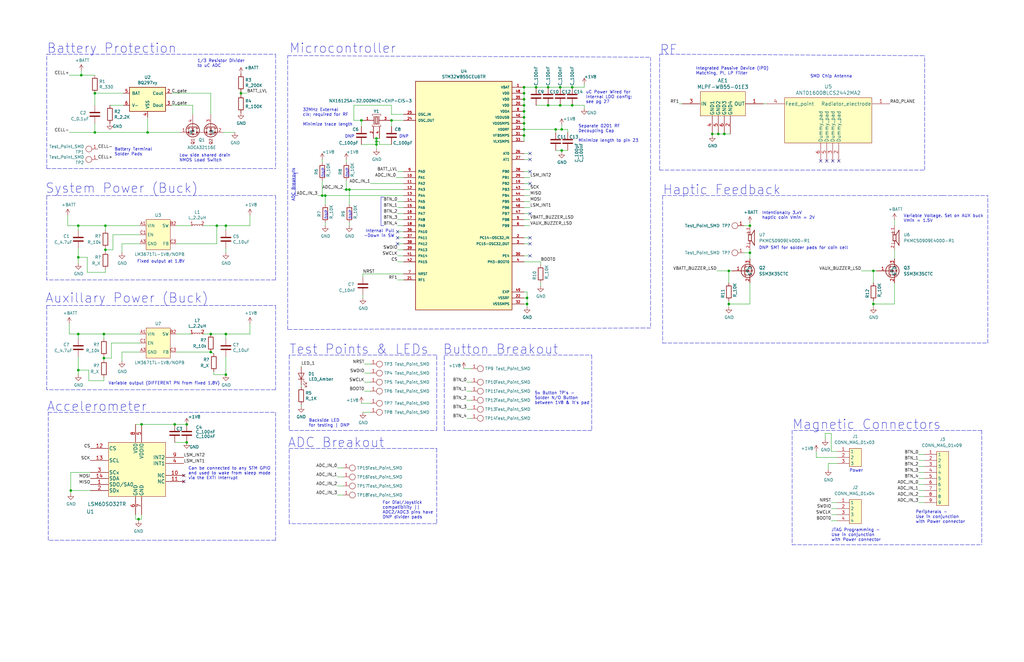
<source format=kicad_sch>
(kicad_sch (version 20211123) (generator eeschema)
  (paper "B")
  (junction (at 135.89 82.55))
  (junction (at 78.74 179.07))
  (junction (at 158.75 58.42))
  (junction (at 34.29 31.75))
  (junction (at 220.98 49.53))
  (junction (at 33.02 95.25))
  (junction (at 62.23 55.88))
  (junction (at 29.845 207.01))
  (junction (at 33.02 156.21))
  (junction (at 220.98 46.99))
  (junction (at 307.34 128.27))
  (junction (at 58.42 219.075))
  (junction (at 220.98 41.91))
  (junction (at 222.25 128.27))
  (junction (at 147.32 80.01))
  (junction (at 236.22 44.45))
  (junction (at 236.855 54.61))
  (junction (at 137.16 82.55))
  (junction (at 220.98 36.83))
  (junction (at 236.22 36.83))
  (junction (at 368.3 114.3))
  (junction (at 152.4 50.8))
  (junction (at 368.3 128.27))
  (junction (at 95.25 140.97))
  (junction (at 220.98 44.45))
  (junction (at 91.44 95.25))
  (junction (at 44.45 105.41))
  (junction (at 302.895 56.515))
  (junction (at 33.02 108.585))
  (junction (at 220.98 52.07))
  (junction (at 316.23 95.25))
  (junction (at 43.815 151.13))
  (junction (at 40.005 39.37))
  (junction (at 220.98 39.37))
  (junction (at 241.3 44.45))
  (junction (at 73.66 179.07))
  (junction (at 165.1 50.8))
  (junction (at 231.14 36.83))
  (junction (at 59.69 179.07))
  (junction (at 307.34 114.3))
  (junction (at 305.435 56.515))
  (junction (at 226.06 36.83))
  (junction (at 95.25 95.25))
  (junction (at 146.05 80.01))
  (junction (at 316.23 106.68))
  (junction (at 43.815 140.97))
  (junction (at 231.14 44.45))
  (junction (at 220.98 57.15))
  (junction (at 158.75 59.69))
  (junction (at 88.9 148.59))
  (junction (at 44.45 95.25))
  (junction (at 78.74 186.69))
  (junction (at 101.6 39.37))
  (junction (at 33.02 140.97))
  (junction (at 236.855 63.5))
  (junction (at 88.9 140.97))
  (junction (at 241.3 36.83))
  (junction (at 40.005 55.88))
  (junction (at 300.355 56.515))
  (junction (at 95.25 158.115))
  (junction (at 158.75 60.96))
  (junction (at 220.98 54.61))
  (junction (at 234.315 54.61))
  (junction (at 222.25 125.73))
  (no_connect (at 351.155 67.945))
  (no_connect (at 223.52 77.47))
  (no_connect (at 77.47 200.66))
  (no_connect (at 167.64 100.33))
  (no_connect (at 223.52 64.77))
  (no_connect (at 353.695 67.945))
  (no_connect (at 223.52 90.17))
  (no_connect (at 348.615 67.945))
  (no_connect (at 167.64 102.87))
  (no_connect (at 223.52 100.33))
  (no_connect (at 167.64 97.79))
  (no_connect (at 223.52 107.95))
  (no_connect (at 346.075 67.945))
  (no_connect (at 223.52 102.87))
  (no_connect (at 77.47 203.2))
  (no_connect (at 223.52 72.39))
  (no_connect (at 223.52 67.31))
  (wire (pts (xy 167.005 74.93) (xy 170.18 74.93)))
  (polyline (pts (xy 116.205 164.465) (xy 19.685 164.465)))
  (wire (pts (xy 38.1 199.39) (xy 29.845 199.39)))
  (wire (pts (xy 220.98 52.07) (xy 220.98 54.61)))
  (wire (pts (xy 127 171.45) (xy 127 170.815)))
  (wire (pts (xy 236.855 52.705) (xy 236.855 54.61)))
  (wire (pts (xy 33.02 150.495) (xy 33.02 156.21)))
  (wire (pts (xy 368.3 114.3) (xy 369.57 114.3)))
  (wire (pts (xy 58.42 219.075) (xy 59.69 219.075)))
  (wire (pts (xy 137.16 82.55) (xy 137.16 86.36)))
  (wire (pts (xy 43.815 151.13) (xy 46.99 151.13)))
  (polyline (pts (xy 19.685 82.55) (xy 19.685 118.11)))
  (polyline (pts (xy 187.325 149.86) (xy 249.555 149.86)))
  (wire (pts (xy 387.35 212.09) (xy 389.89 212.09)))
  (wire (pts (xy 29.845 207.01) (xy 38.1 207.01)))
  (wire (pts (xy 95.25 140.97) (xy 105.41 140.97)))
  (wire (pts (xy 149.225 44.45) (xy 165.1 44.45)))
  (wire (pts (xy 137.16 82.55) (xy 170.18 82.55)))
  (wire (pts (xy 43.815 150.495) (xy 43.815 151.13)))
  (wire (pts (xy 377.19 128.27) (xy 368.3 128.27)))
  (wire (pts (xy 220.98 102.87) (xy 223.52 102.87)))
  (wire (pts (xy 302.895 56.515) (xy 305.435 56.515)))
  (wire (pts (xy 85.725 95.25) (xy 91.44 95.25)))
  (wire (pts (xy 51.435 148.59) (xy 51.435 152.4)))
  (wire (pts (xy 47.625 99.06) (xy 47.625 105.41)))
  (wire (pts (xy 95.25 140.97) (xy 95.25 142.875)))
  (wire (pts (xy 158.75 62.865) (xy 158.75 60.96)))
  (polyline (pts (xy 389.89 71.755) (xy 389.89 23.495)))
  (wire (pts (xy 368.3 127) (xy 368.3 128.27)))
  (wire (pts (xy 226.06 44.45) (xy 231.14 44.45)))
  (wire (pts (xy 350.52 190.5) (xy 350.52 182.88)))
  (polyline (pts (xy 278.13 22.86) (xy 389.89 23.495)))
  (wire (pts (xy 165.1 60.96) (xy 160.02 60.96)))
  (wire (pts (xy 220.98 90.17) (xy 223.52 90.17)))
  (wire (pts (xy 62.23 49.53) (xy 62.23 55.88)))
  (wire (pts (xy 220.98 72.39) (xy 223.52 72.39)))
  (wire (pts (xy 90.17 158.115) (xy 95.25 158.115)))
  (wire (pts (xy 58.42 219.71) (xy 58.42 219.075)))
  (polyline (pts (xy 334.01 229.87) (xy 414.02 229.87)))
  (wire (pts (xy 90.17 149.225) (xy 88.9 148.59)))
  (wire (pts (xy 220.98 85.09) (xy 223.52 85.09)))
  (wire (pts (xy 223.52 74.93) (xy 220.98 74.93)))
  (polyline (pts (xy 278.13 71.755) (xy 278.13 22.86)))
  (wire (pts (xy 88.9 39.37) (xy 88.9 48.26)))
  (polyline (pts (xy 19.685 82.55) (xy 116.205 82.55)))
  (wire (pts (xy 220.98 92.71) (xy 223.52 92.71)))
  (wire (pts (xy 57.15 179.07) (xy 59.69 179.07)))
  (wire (pts (xy 349.25 198.12) (xy 349.25 195.58)))
  (wire (pts (xy 153.035 115.57) (xy 153.035 116.84)))
  (wire (pts (xy 135.89 67.31) (xy 135.89 68.58)))
  (wire (pts (xy 220.98 41.91) (xy 220.98 44.45)))
  (wire (pts (xy 387.35 204.47) (xy 389.89 204.47)))
  (wire (pts (xy 220.98 67.31) (xy 223.52 67.31)))
  (wire (pts (xy 353.06 190.5) (xy 350.52 190.5)))
  (wire (pts (xy 220.98 77.47) (xy 223.52 77.47)))
  (polyline (pts (xy 121.92 149.86) (xy 121.92 181.61)))
  (polyline (pts (xy 160.655 95.25) (xy 161.925 95.25)) (stroke (width 0) (type solid)))
  (wire (pts (xy 344.17 190.5) (xy 344.17 193.04)))
  (wire (pts (xy 33.02 140.97) (xy 43.815 140.97)))
  (wire (pts (xy 344.17 193.04) (xy 353.06 193.04)))
  (wire (pts (xy 350.52 217.17) (xy 353.06 217.17)))
  (polyline (pts (xy 19.685 22.86) (xy 116.205 22.86)))
  (wire (pts (xy 350.52 219.71) (xy 353.06 219.71)))
  (wire (pts (xy 40.005 52.07) (xy 40.005 55.88)))
  (wire (pts (xy 146.05 76.2) (xy 146.05 80.01)))
  (wire (pts (xy 36.83 114.935) (xy 36.83 108.585)))
  (wire (pts (xy 156.21 170.18) (xy 152.4 170.18)))
  (polyline (pts (xy 274.32 138.43) (xy 271.78 138.43)))
  (wire (pts (xy 220.98 54.61) (xy 234.315 54.61)))
  (polyline (pts (xy 121.92 189.23) (xy 184.15 189.23)))
  (wire (pts (xy 160.02 60.96) (xy 160.02 59.69)))
  (wire (pts (xy 76.2 55.88) (xy 62.23 55.88)))
  (polyline (pts (xy 116.205 128.905) (xy 116.205 164.465)))
  (wire (pts (xy 153.035 115.57) (xy 170.18 115.57)))
  (wire (pts (xy 377.19 109.22) (xy 377.19 105.41)))
  (polyline (pts (xy 161.925 83.185) (xy 160.655 83.185)) (stroke (width 0) (type solid)))
  (wire (pts (xy 220.98 36.83) (xy 226.06 36.83)))
  (polyline (pts (xy 271.78 138.43) (xy 121.285 139.065)))
  (wire (pts (xy 377.19 119.38) (xy 377.19 128.27)))
  (polyline (pts (xy 397.51 82.55) (xy 279.4 82.55)))
  (polyline (pts (xy 274.32 24.13) (xy 274.32 138.43)))
  (wire (pts (xy 316.23 109.22) (xy 316.23 106.68)))
  (polyline (pts (xy 121.285 139.065) (xy 121.285 23.495)))
  (wire (pts (xy 167.64 85.09) (xy 170.18 85.09)))
  (wire (pts (xy 40.005 44.45) (xy 40.005 39.37)))
  (polyline (pts (xy 184.15 220.98) (xy 121.92 220.98)))
  (wire (pts (xy 220.98 57.15) (xy 220.98 59.69)))
  (wire (pts (xy 37.465 160.655) (xy 37.465 156.21)))
  (wire (pts (xy 51.435 102.87) (xy 51.435 106.68)))
  (wire (pts (xy 231.14 44.45) (xy 236.22 44.45)))
  (wire (pts (xy 133.985 82.55) (xy 135.89 82.55)))
  (wire (pts (xy 222.25 123.19) (xy 220.98 123.19)))
  (wire (pts (xy 220.98 49.53) (xy 220.98 52.07)))
  (wire (pts (xy 167.64 105.41) (xy 170.18 105.41)))
  (wire (pts (xy 144.78 80.01) (xy 146.05 80.01)))
  (wire (pts (xy 46.99 144.78) (xy 46.99 151.13)))
  (polyline (pts (xy 19.685 128.905) (xy 116.205 128.905)))
  (wire (pts (xy 43.815 151.13) (xy 43.815 151.765)))
  (wire (pts (xy 167.64 97.79) (xy 170.18 97.79)))
  (wire (pts (xy 158.75 59.69) (xy 158.75 60.96)))
  (wire (pts (xy 91.44 95.25) (xy 91.44 102.87)))
  (wire (pts (xy 220.98 128.27) (xy 222.25 128.27)))
  (wire (pts (xy 350.52 182.88) (xy 347.98 182.88)))
  (wire (pts (xy 144.78 197.485) (xy 142.24 197.485)))
  (wire (pts (xy 101.6 40.005) (xy 101.6 39.37)))
  (polyline (pts (xy 416.56 144.78) (xy 416.56 82.55)))
  (wire (pts (xy 316.23 128.27) (xy 307.34 128.27)))
  (polyline (pts (xy 184.15 189.23) (xy 184.15 220.98)))
  (wire (pts (xy 167.64 102.87) (xy 170.18 102.87)))
  (polyline (pts (xy 414.02 181.61) (xy 334.01 181.61)))
  (polyline (pts (xy 20.32 227.965) (xy 20.32 173.99)))
  (wire (pts (xy 220.98 44.45) (xy 220.98 46.99)))
  (wire (pts (xy 29.21 136.525) (xy 29.21 140.97)))
  (wire (pts (xy 167.64 92.71) (xy 170.18 92.71)))
  (wire (pts (xy 135.89 76.2) (xy 135.89 82.55)))
  (wire (pts (xy 316.23 119.38) (xy 316.23 128.27)))
  (polyline (pts (xy 125.73 73.025) (xy 124.46 73.025)) (stroke (width 0) (type solid)))
  (wire (pts (xy 153.67 153.67) (xy 156.21 153.67)))
  (wire (pts (xy 387.35 191.77) (xy 389.89 191.77)))
  (wire (pts (xy 152.4 60.96) (xy 158.75 60.96)))
  (wire (pts (xy 146.05 67.31) (xy 146.05 68.58)))
  (wire (pts (xy 157.48 58.42) (xy 158.75 58.42)))
  (polyline (pts (xy 20.32 173.99) (xy 116.205 173.99)))
  (wire (pts (xy 29.21 31.75) (xy 34.29 31.75)))
  (wire (pts (xy 153.67 157.48) (xy 156.21 157.48)))
  (wire (pts (xy 220.98 107.95) (xy 223.52 107.95)))
  (wire (pts (xy 313.69 95.25) (xy 316.23 95.25)))
  (wire (pts (xy 196.85 165.1) (xy 198.755 165.1)))
  (wire (pts (xy 59.69 179.07) (xy 73.66 179.07)))
  (wire (pts (xy 33.02 140.97) (xy 29.21 140.97)))
  (polyline (pts (xy 116.205 118.11) (xy 19.685 118.11)))
  (wire (pts (xy 105.41 136.525) (xy 105.41 140.97)))
  (wire (pts (xy 40.005 39.37) (xy 52.07 39.37)))
  (wire (pts (xy 387.35 194.31) (xy 389.89 194.31)))
  (wire (pts (xy 153.67 161.29) (xy 156.21 161.29)))
  (wire (pts (xy 127 163.195) (xy 127 162.56)))
  (wire (pts (xy 72.39 39.37) (xy 88.9 39.37)))
  (wire (pts (xy 44.45 113.665) (xy 44.45 114.935)))
  (wire (pts (xy 153.035 124.46) (xy 153.035 125.73)))
  (wire (pts (xy 149.225 50.8) (xy 149.225 44.45)))
  (polyline (pts (xy 116.205 227.965) (xy 20.32 227.965)))
  (wire (pts (xy 158.75 58.42) (xy 160.02 58.42)))
  (wire (pts (xy 300.355 56.515) (xy 300.355 57.15)))
  (wire (pts (xy 44.45 105.41) (xy 44.45 106.045)))
  (wire (pts (xy 160.02 59.69) (xy 158.75 59.69)))
  (wire (pts (xy 81.28 44.45) (xy 81.28 48.26)))
  (wire (pts (xy 37.465 156.21) (xy 33.02 156.21)))
  (wire (pts (xy 44.45 105.41) (xy 47.625 105.41)))
  (wire (pts (xy 33.02 95.25) (xy 44.45 95.25)))
  (wire (pts (xy 74.295 140.97) (xy 80.645 140.97)))
  (wire (pts (xy 127 154.305) (xy 127 154.94)))
  (wire (pts (xy 287.655 43.815) (xy 286.385 43.815)))
  (wire (pts (xy 44.45 114.935) (xy 36.83 114.935)))
  (wire (pts (xy 34.29 29.845) (xy 34.29 31.75)))
  (wire (pts (xy 33.02 140.97) (xy 33.02 142.875)))
  (wire (pts (xy 307.34 114.3) (xy 308.61 114.3)))
  (wire (pts (xy 152.4 50.8) (xy 149.225 50.8)))
  (wire (pts (xy 147.32 80.01) (xy 147.32 86.36)))
  (wire (pts (xy 43.815 159.385) (xy 43.815 160.655)))
  (wire (pts (xy 29.845 207.01) (xy 29.845 208.28)))
  (wire (pts (xy 305.435 56.515) (xy 307.975 56.515)))
  (wire (pts (xy 144.78 208.915) (xy 142.24 208.915)))
  (wire (pts (xy 196.85 176.53) (xy 198.755 176.53)))
  (polyline (pts (xy 279.4 82.55) (xy 279.4 144.78)))
  (wire (pts (xy 33.02 95.25) (xy 33.02 97.155)))
  (wire (pts (xy 147.32 95.25) (xy 147.32 93.98)))
  (wire (pts (xy 95.25 95.25) (xy 95.25 97.155)))
  (wire (pts (xy 196.85 172.72) (xy 198.755 172.72)))
  (wire (pts (xy 220.98 46.99) (xy 220.98 49.53)))
  (wire (pts (xy 90.17 156.845) (xy 90.17 158.115)))
  (wire (pts (xy 95.25 150.495) (xy 95.25 158.115)))
  (wire (pts (xy 220.98 82.55) (xy 223.52 82.55)))
  (wire (pts (xy 33.02 95.25) (xy 28.575 95.25)))
  (wire (pts (xy 316.23 106.68) (xy 316.23 105.41)))
  (wire (pts (xy 153.67 165.1) (xy 156.21 165.1)))
  (wire (pts (xy 349.25 195.58) (xy 353.06 195.58)))
  (polyline (pts (xy 116.205 22.86) (xy 116.205 71.12)))
  (wire (pts (xy 59.69 217.17) (xy 59.69 219.075)))
  (wire (pts (xy 167.64 87.63) (xy 170.18 87.63)))
  (wire (pts (xy 246.38 35.56) (xy 246.38 36.83)))
  (wire (pts (xy 347.98 182.88) (xy 347.98 185.42)))
  (wire (pts (xy 165.1 50.8) (xy 165.1 53.34)))
  (polyline (pts (xy 121.285 23.495) (xy 274.32 24.13)))
  (wire (pts (xy 91.44 95.25) (xy 95.25 95.25)))
  (wire (pts (xy 236.855 54.61) (xy 234.315 54.61)))
  (wire (pts (xy 72.39 44.45) (xy 81.28 44.45)))
  (wire (pts (xy 307.34 114.3) (xy 307.34 119.38)))
  (wire (pts (xy 137.16 95.25) (xy 137.16 93.98)))
  (wire (pts (xy 307.34 129.54) (xy 307.34 128.27)))
  (wire (pts (xy 57.15 219.075) (xy 58.42 219.075)))
  (wire (pts (xy 368.3 129.54) (xy 368.3 128.27)))
  (wire (pts (xy 239.395 54.61) (xy 236.855 54.61)))
  (wire (pts (xy 241.3 36.83) (xy 246.38 36.83)))
  (wire (pts (xy 307.34 127) (xy 307.34 128.27)))
  (wire (pts (xy 101.6 39.37) (xy 101.6 38.735)))
  (wire (pts (xy 234.315 54.61) (xy 234.315 55.88)))
  (wire (pts (xy 220.98 110.49) (xy 227.965 110.49)))
  (wire (pts (xy 246.38 44.45) (xy 246.38 45.72)))
  (wire (pts (xy 350.52 214.63) (xy 353.06 214.63)))
  (wire (pts (xy 105.41 90.805) (xy 105.41 95.25)))
  (wire (pts (xy 236.855 63.5) (xy 239.395 63.5)))
  (wire (pts (xy 220.98 39.37) (xy 220.98 41.91)))
  (wire (pts (xy 44.45 95.25) (xy 44.45 97.155)))
  (wire (pts (xy 220.98 64.77) (xy 223.52 64.77)))
  (polyline (pts (xy 160.655 83.185) (xy 160.655 95.25)) (stroke (width 0) (type solid)))
  (wire (pts (xy 167.64 110.49) (xy 170.18 110.49)))
  (wire (pts (xy 59.055 148.59) (xy 51.435 148.59)))
  (polyline (pts (xy 184.15 181.61) (xy 184.15 149.86)))
  (wire (pts (xy 95.25 104.775) (xy 95.25 106.68)))
  (wire (pts (xy 167.64 118.11) (xy 170.18 118.11)))
  (wire (pts (xy 363.22 114.3) (xy 368.3 114.3)))
  (wire (pts (xy 34.29 31.75) (xy 40.005 31.75)))
  (wire (pts (xy 227.965 110.49) (xy 227.965 111.76)))
  (wire (pts (xy 44.45 95.25) (xy 59.055 95.25)))
  (wire (pts (xy 239.395 55.88) (xy 239.395 54.61)))
  (wire (pts (xy 74.295 95.25) (xy 80.645 95.25)))
  (wire (pts (xy 231.14 36.83) (xy 236.22 36.83)))
  (polyline (pts (xy 187.325 181.61) (xy 187.325 149.86)))
  (wire (pts (xy 165.1 48.26) (xy 170.18 48.26)))
  (wire (pts (xy 220.98 54.61) (xy 220.98 57.15)))
  (polyline (pts (xy 121.92 220.98) (xy 121.92 189.23)))
  (wire (pts (xy 73.66 186.69) (xy 78.74 186.69)))
  (wire (pts (xy 57.15 217.17) (xy 57.15 219.075)))
  (wire (pts (xy 44.45 104.775) (xy 44.45 105.41)))
  (polyline (pts (xy 116.205 173.99) (xy 116.205 227.965)))
  (wire (pts (xy 198.755 155.575) (xy 195.58 155.575)))
  (polyline (pts (xy 397.51 82.55) (xy 416.56 82.55)))
  (wire (pts (xy 313.69 106.68) (xy 316.23 106.68)))
  (polyline (pts (xy 121.92 181.61) (xy 184.15 181.61)))
  (polyline (pts (xy 124.46 82.55) (xy 125.73 82.55)) (stroke (width 0) (type solid)))
  (wire (pts (xy 377.19 92.71) (xy 377.19 95.25)))
  (wire (pts (xy 33.02 104.775) (xy 33.02 108.585)))
  (wire (pts (xy 227.965 119.38) (xy 227.965 120.65)))
  (polyline (pts (xy 19.685 71.12) (xy 19.685 22.86)))
  (polyline (pts (xy 278.13 71.755) (xy 389.89 71.755)))
  (wire (pts (xy 156.21 77.47) (xy 170.18 77.47)))
  (wire (pts (xy 387.35 207.01) (xy 389.89 207.01)))
  (wire (pts (xy 350.52 212.09) (xy 353.06 212.09)))
  (wire (pts (xy 29.21 55.88) (xy 40.005 55.88)))
  (wire (pts (xy 220.98 100.33) (xy 223.52 100.33)))
  (wire (pts (xy 236.855 64.135) (xy 236.855 63.5)))
  (wire (pts (xy 153.035 173.99) (xy 156.21 173.99)))
  (wire (pts (xy 167.64 95.25) (xy 170.18 95.25)))
  (wire (pts (xy 222.25 123.19) (xy 222.25 125.73)))
  (wire (pts (xy 222.25 125.73) (xy 222.25 128.27)))
  (wire (pts (xy 152.4 50.8) (xy 152.4 53.34)))
  (wire (pts (xy 226.06 36.83) (xy 231.14 36.83)))
  (wire (pts (xy 33.02 108.585) (xy 33.02 111.125)))
  (wire (pts (xy 29.845 199.39) (xy 29.845 207.01)))
  (wire (pts (xy 220.98 125.73) (xy 222.25 125.73)))
  (wire (pts (xy 321.945 43.815) (xy 323.215 43.815)))
  (wire (pts (xy 165.1 50.8) (xy 170.18 50.8)))
  (wire (pts (xy 147.32 80.01) (xy 170.18 80.01)))
  (wire (pts (xy 43.815 140.97) (xy 59.055 140.97)))
  (polyline (pts (xy 19.685 128.905) (xy 19.685 164.465)))
  (wire (pts (xy 387.35 209.55) (xy 389.89 209.55)))
  (wire (pts (xy 73.66 179.07) (xy 78.74 179.07)))
  (wire (pts (xy 33.02 156.21) (xy 33.02 158.115)))
  (wire (pts (xy 236.22 36.83) (xy 241.3 36.83)))
  (wire (pts (xy 316.23 93.98) (xy 316.23 95.25)))
  (wire (pts (xy 85.725 140.97) (xy 88.9 140.97)))
  (wire (pts (xy 241.3 44.45) (xy 246.38 44.45)))
  (wire (pts (xy 158.75 58.42) (xy 158.75 59.69)))
  (wire (pts (xy 222.25 128.27) (xy 222.25 129.54)))
  (wire (pts (xy 220.98 80.01) (xy 223.52 80.01)))
  (wire (pts (xy 47.625 99.06) (xy 59.055 99.06)))
  (wire (pts (xy 95.25 95.25) (xy 105.41 95.25)))
  (polyline (pts (xy 116.205 82.55) (xy 116.205 118.11)))
  (polyline (pts (xy 334.01 181.61) (xy 334.01 229.87)))
  (wire (pts (xy 46.355 44.45) (xy 52.07 44.45)))
  (wire (pts (xy 88.9 148.59) (xy 74.295 148.59)))
  (wire (pts (xy 46.99 144.78) (xy 59.055 144.78)))
  (wire (pts (xy 43.815 160.655) (xy 37.465 160.655)))
  (polyline (pts (xy 19.685 71.12) (xy 116.205 71.12)))
  (wire (pts (xy 167.64 90.17) (xy 170.18 90.17)))
  (wire (pts (xy 146.05 80.01) (xy 147.32 80.01)))
  (wire (pts (xy 144.78 205.105) (xy 142.24 205.105)))
  (wire (pts (xy 59.055 102.87) (xy 51.435 102.87)))
  (wire (pts (xy 88.9 140.97) (xy 95.25 140.97)))
  (wire (pts (xy 93.98 55.88) (xy 99.06 55.88)))
  (wire (pts (xy 165.1 44.45) (xy 165.1 48.26)))
  (wire (pts (xy 368.3 114.3) (xy 368.3 119.38)))
  (wire (pts (xy 101.6 39.37) (xy 104.14 39.37)))
  (wire (pts (xy 223.52 95.25) (xy 220.98 95.25)))
  (wire (pts (xy 220.98 87.63) (xy 223.52 87.63)))
  (wire (pts (xy 236.855 63.5) (xy 234.315 63.5)))
  (wire (pts (xy 28.575 90.805) (xy 28.575 95.25)))
  (wire (pts (xy 387.35 196.85) (xy 389.89 196.85)))
  (wire (pts (xy 135.89 82.55) (xy 137.16 82.55)))
  (polyline (pts (xy 279.4 144.78) (xy 416.56 144.78)))
  (wire (pts (xy 196.85 161.29) (xy 198.755 161.29)))
  (wire (pts (xy 43.815 140.97) (xy 43.815 142.875)))
  (wire (pts (xy 387.35 199.39) (xy 389.89 199.39)))
  (wire (pts (xy 167.64 107.95) (xy 170.18 107.95)))
  (polyline (pts (xy 414.02 181.61) (xy 414.02 229.87)))
  (polyline (pts (xy 249.555 181.61) (xy 187.325 181.61)))
  (polyline (pts (xy 124.46 73.025) (xy 124.46 82.55)) (stroke (width 0) (type solid)))
  (wire (pts (xy 236.22 44.45) (xy 241.3 44.45)))
  (wire (pts (xy 167.64 100.33) (xy 170.18 100.33)))
  (wire (pts (xy 40.005 55.88) (xy 62.23 55.88)))
  (wire (pts (xy 91.44 102.87) (xy 74.295 102.87)))
  (wire (pts (xy 220.98 36.83) (xy 220.98 39.37)))
  (wire (pts (xy 36.83 108.585) (xy 33.02 108.585)))
  (wire (pts (xy 167.64 72.39) (xy 170.18 72.39)))
  (wire (pts (xy 300.355 56.515) (xy 302.895 56.515)))
  (wire (pts (xy 302.26 114.3) (xy 307.34 114.3)))
  (polyline (pts (xy 184.15 149.86) (xy 121.92 149.86)))
  (wire (pts (xy 196.85 168.91) (xy 198.755 168.91)))
  (polyline (pts (xy 249.555 149.86) (xy 249.555 181.61)))
  (wire (pts (xy 144.78 201.295) (xy 142.24 201.295)))
  (wire (pts (xy 387.35 201.93) (xy 389.89 201.93)))
  (text "System Power (Buck)" (at 19.05 81.915 0) (effects (font (size 3.9878 3.9878)) (justify left bottom)))
  (text "DNP" (at 168.275 58.42 0) (effects (font (size 1.27 1.27)) (justify left bottom)))
  (text "Variable Voltage. Set on AUX buck\nVmin = 1.5V " (at 381 93.98 0) (effects (font (size 1.27 1.27)) (justify left bottom)))
  (text "For Dial/Joystick \ncompatibility ||\nADC2/ADC3 pins have\nDNP divider pads " (at 161.29 219.075 0) (effects (font (size 1.27 1.27)) (justify left bottom)))
  (text "ADC Breakout" (at 121.285 189.23 0) (effects (font (size 3.9878 3.9878)) (justify left bottom)))
  (text "uC Power Wired for\ninternal LDO config; \nsee pg 27" (at 247.015 43.815 0) (effects (font (size 1.27 1.27)) (justify left bottom)))
  (text "DNP" (at 147.32 74.93 90) (effects (font (size 1.27 1.27)) (justify left bottom)))
  (text "Magnetic Connectors" (at 334.01 181.61 0) (effects (font (size 3.9878 3.9878)) (justify left bottom)))
  (text "DNP" (at 137.16 74.93 90) (effects (font (size 1.27 1.27)) (justify left bottom)))
  (text "Can be connected to any STM GPIO \nand used to wake from sleep mode \nvia the EXTI Interrupt" (at 79.375 202.565 0) (effects (font (size 1.27 1.27)) (justify left bottom)))
  (text "ADC Breakouts" (at 124.46 85.09 90) (effects (font (size 1.27 1.27)) (justify left bottom)))
  (text "Intentionally 3.xV \nhaptic coin Vmin = 2V " (at 321.31 92.71 0) (effects (font (size 1.27 1.27)) (justify left bottom)))
  (text "Peripherals - \nUse in conjunction\nwith Power connector" (at 386.08 220.98 0) (effects (font (size 1.27 1.27)) (justify left bottom)))
  (text "Internal Pull\n-Down in SW" (at 166.37 100.33 180) (effects (font (size 1.27 1.27)) (justify right bottom)))
  (text "Low side shared drain \nNMOS Load Switch \n " (at 75.565 70.485 0) (effects (font (size 1.27 1.27)) (justify left bottom)))
  (text "RF" (at 278.13 23.495 0) (effects (font (size 3.9878 3.9878)) (justify left bottom)))
  (text "DNP SMT for solder pads for coin cell\n" (at 320.04 105.41 0) (effects (font (size 1.27 1.27)) (justify left bottom)))
  (text "Button Breakout" (at 186.69 149.86 0) (effects (font (size 3.9878 3.9878)) (justify left bottom)))
  (text "Variable output (DIFFERENT PN from fixed 1.8V)" (at 45.72 162.56 0) (effects (font (size 1.27 1.27)) (justify left bottom)))
  (text "Auxillary Power (Buck)" (at 19.05 128.27 0) (effects (font (size 3.9878 3.9878)) (justify left bottom)))
  (text "Test Points & LEDs" (at 121.92 149.86 0) (effects (font (size 3.9878 3.9878)) (justify left bottom)))
  (text "Integrated Passive Device (IPD)\nMatching, PI, LP Filter" (at 293.37 31.75 0) (effects (font (size 1.27 1.27)) (justify left bottom)))
  (text "JTAG Programming -\nUse in conjunction \nwith Power connector" (at 350.52 228.6 0) (effects (font (size 1.27 1.27)) (justify left bottom)))
  (text "Fixed output at 1.8V" (at 57.785 111.125 0) (effects (font (size 1.27 1.27)) (justify left bottom)))
  (text "32MHz External \nclk; required for RF\n\nMinimize trace length\n" (at 127.635 53.34 0) (effects (font (size 1.27 1.27)) (justify left bottom)))
  (text "SMD Chip Antenna " (at 341.63 33.02 0) (effects (font (size 1.27 1.27)) (justify left bottom)))
  (text "DNP" (at 148.59 92.71 90) (effects (font (size 1.27 1.27)) (justify left bottom)))
  (text "Haptic Feedback" (at 279.4 82.55 0) (effects (font (size 3.9878 3.9878)) (justify left bottom)))
  (text "Accelerometer" (at 19.685 173.99 0) (effects (font (size 3.9878 3.9878)) (justify left bottom)))
  (text "Power" (at 358.14 199.39 0) (effects (font (size 1.27 1.27)) (justify left bottom)))
  (text "Backside LED\nfor testing | DNP" (at 130.175 180.34 0) (effects (font (size 1.27 1.27)) (justify left bottom)))
  (text "DNP" (at 145.415 58.42 0) (effects (font (size 1.27 1.27)) (justify left bottom)))
  (text "Separate 0201 RF \nDecoupling Cap\n\nMinimize length to pin 23\n\n" (at 243.84 62.23 0) (effects (font (size 1.27 1.27)) (justify left bottom)))
  (text "5x Button TP's - \nSolder N/O Button \nbetween 1V8 & it's pad " (at 225.425 170.815 0) (effects (font (size 1.27 1.27)) (justify left bottom)))
  (text "1/3 Resistor Divider \nto uC ADC" (at 83.185 28.575 0) (effects (font (size 1.27 1.27)) (justify left bottom)))
  (text "Battery Terminal\nSolder Pads\n " (at 48.26 67.945 0) (effects (font (size 1.27 1.27)) (justify left bottom)))
  (text "Battery Protection" (at 19.685 22.86 0) (effects (font (size 3.9878 3.9878)) (justify left bottom)))
  (text "Microcontroller" (at 121.92 22.86 0) (effects (font (size 3.9878 3.9878)) (justify left bottom)))
  (text "DNP" (at 138.43 92.71 90) (effects (font (size 1.27 1.27)) (justify left bottom)))
  (label "BOOT0" (at 153.67 165.1 180))
  (label "MOSI" (at 223.52 85.09 0))
  (label "CS" (at 167.64 110.49 180))
  (label "ADC_IN_0" (at 387.35 204.47 180))
  (label "ADC_IN_2" (at 144.78 80.01 180))
  (label "SCK" (at 38.1 194.31 180))
  (label "CELL+" (at 29.21 31.75 180))
  (label "BOOT0" (at 227.965 110.49 0))
  (label "NRST" (at 153.67 153.67 180))
  (label "MISO" (at 38.1 204.47 180))
  (label "ADC_IN_0" (at 142.24 197.485 180))
  (label "SWCLK" (at 167.64 107.95 180))
  (label "ADC_IN_2" (at 142.24 205.105 180))
  (label "MOSI" (at 38.1 201.93 180))
  (label "ADC_IN_1" (at 142.24 201.295 180))
  (label "ADC_IN_3" (at 387.35 212.09 180))
  (label "BTN_4" (at 196.85 176.53 180))
  (label "CELL+" (at 41.275 67.31 0))
  (label "C_gate" (at 72.39 39.37 0))
  (label "BTN_1" (at 196.85 165.1 180))
  (label "D_gate" (at 72.39 44.45 0))
  (label "ADC_IN_1" (at 156.21 77.47 180))
  (label "BTN_1" (at 387.35 194.31 180))
  (label "CELL-" (at 29.21 55.88 180))
  (label "BOOT0" (at 350.52 219.71 180))
  (label "ADC_IN_0" (at 167.005 74.93 180))
  (label "BTN_2" (at 196.85 168.91 180))
  (label "RF1" (at 167.64 118.11 180))
  (label "LSM_INT1" (at 223.52 87.63 0))
  (label "NRST" (at 350.52 212.09 180))
  (label "CS" (at 38.1 189.23 180))
  (label "ADC_IN_3" (at 142.24 208.915 180))
  (label "BTN_4" (at 387.35 201.93 180))
  (label "BTN_0" (at 167.64 85.09 180))
  (label "RF1" (at 286.385 43.815 180))
  (label "ADC_IN_2" (at 387.35 209.55 180))
  (label "SWCLK" (at 153.67 161.29 180))
  (label "LSM_INT2" (at 223.52 74.93 0))
  (label "VAUX_BUZZER_LSD" (at 223.52 95.25 0))
  (label "BTN_4" (at 167.64 95.25 180))
  (label "SWCLK" (at 350.52 217.17 180))
  (label "LED_1" (at 127 154.305 0))
  (label "BTN_0" (at 196.85 161.29 180))
  (label "BATT_LVL" (at 104.14 39.37 0))
  (label "VBATT_BUZZER_LSD" (at 223.52 92.71 0))
  (label "ADC_IN_3" (at 133.985 82.55 180))
  (label "BTN_1" (at 167.64 87.63 180))
  (label "BTN_3" (at 167.64 92.71 180))
  (label "LSM_INT2" (at 77.47 193.04 0))
  (label "NRST" (at 153.035 115.57 0))
  (label "ADC_IN_1" (at 387.35 207.01 180))
  (label "BTN_2" (at 387.35 196.85 180))
  (label "BTN_2" (at 167.64 90.17 180))
  (label "BTN_0" (at 387.35 191.77 180))
  (label "BTN_3" (at 387.35 199.39 180))
  (label "SCK" (at 223.52 80.01 0))
  (label "RAD_PLANE" (at 375.285 43.815 0))
  (label "SWDIO" (at 153.67 157.48 180))
  (label "MISO" (at 223.52 82.55 0))
  (label "VAUX_BUZZER_LSD" (at 363.22 114.3 180))
  (label "SWDIO" (at 167.64 105.41 180))
  (label "SWDIO" (at 350.52 214.63 180))
  (label "BATT_LVL" (at 167.64 72.39 180))
  (label "VBATT_BUZZER_LSD" (at 302.26 114.3 180))
  (label "CELL-" (at 41.275 62.865 0))
  (label "LSM_INT1" (at 77.47 195.58 0))
  (label "BTN_3" (at 196.85 172.72 180))
  (symbol (lib_id "power:+1V8") (at 135.89 67.31 0) (unit 1)
    (property "Reference" "#PWR0126" (effects hide))
    (property "Value" "+1V8" (at 138.43 64.135 0))
  )
  (symbol (lib_id "ring-rescue:R_330-step") (at 43.815 146.685 180) (unit 1)
    (property "Reference" "R?" (at 39.37 145.415 0) (effects (justify right)))
    (property "Value" "R_10k" (at 36.195 147.955 0) (effects (justify right)))
    (property "Footprint" "Resistor_SMD:R_0402_1005Metric" (effects hide))
    (property "Datasheet" "https://www.seielect.com/Catalog/SEI-RMCF_RMCP.pdf" (effects hide))
    (property "MFN" "DK" (effects hide))
    (property "MPN" "RMCF0805FT330RCT-ND" (effects hide))
    (property "PurchasingLink" "https://www.digikey.com/product-detail/en/stackpole-electronics-inc/RMCF0805FT330R/RMCF0805FT330RCT-ND/1942351" (effects hide))
  )
  (symbol (lib_id "power:GND") (at 222.25 129.54 0) (unit 1)
    (property "Reference" "#PWR0105" (effects hide))
    (property "Value" "GND" (at 222.377 133.9342 0))
  )
  (symbol (lib_id "power:+BATT") (at 29.21 136.525 0) (unit 1)
    (property "Reference" "#PWR?" (effects hide))
    (property "Value" "+BATT" (at 29.591 132.1308 0))
  )
  (symbol (lib_id "ring-rescue:C_100nF-step") (at 236.22 40.64 0) (unit 1)
    (property "Reference" "C12" (at 236.855 38.735 0) (effects (justify left)))
    (property "Value" "C_100nF" (at 236.22 36.195 90) (effects (justify left)))
    (property "Footprint" "Capacitor_SMD:C_0402_1005Metric" (effects hide))
    (property "Datasheet" "https://www.mouser.com/datasheet/2/212/KEM_C1002_X7R_SMD-1102033.pdf" (effects hide))
    (property "MFN" "KEMET" (effects hide))
    (property "MPN" "C0402C104K9RACTU" (effects hide))
    (property "buy" "https://www.mouser.com/ProductDetail/KEMET/C0402C104K9RACTU?qs=DBJr%252BvBUjU5VnZSA4JeTzg%3D%3D" (effects hide))
  )
  (symbol (lib_id "ring-rescue:ANT016008LCS2442MA2-step") (at 375.285 43.815 0) (mirror y) (unit 1)
    (property "Reference" "U5" (at 349.25 36.5252 0) (effects (font (size 1.524 1.524))))
    (property "Value" "ANT016008LCS2442MA2" (at 349.25 39.2176 0) (effects (font (size 1.524 1.524))))
    (property "Footprint" "step-footprints:ANT016008LCS2442MA2" (effects hide))
    (property "Datasheet" "https://product.tdk.com/system/files/dam/doc/product/rf/rf/antenna/catalog/rf_ant_ant016008lcs2442ma2_summary_en.pdf" (effects hide))
    (property "eval_guide" "https://product.tdk.com/system/files/dam/doc/product/rf/rf/antenna/design_note/dn-ant016008lcs2442ma2.pdf" (effects hide))
    (property "buy" "https://www.digikey.com/en/products/detail/tdk-corporation/ANT016008LCS2442MA2/4959425" (effects hide))
  )
  (symbol (lib_id "power:GND") (at 347.98 185.42 0) (unit 1)
    (property "Reference" "#PWR0112" (effects hide))
    (property "Value" "GND" (at 348.107 189.8142 0))
  )
  (symbol (lib_id "ring-rescue:Test_Point_SMD-step") (at 40.005 62.865 90) (unit 1)
    (property "Reference" "TP1" (at 35.4838 64.1604 90) (effects (justify left)))
    (property "Value" "Test_Point_SMD" (at 35.4838 61.849 90) (effects (justify left)))
    (property "Footprint" "TestPoint:TestPoint_Pad_1.5x1.5mm" (effects hide))
  )
  (symbol (lib_id "power:GND") (at 46.355 52.07 0) (unit 1)
    (property "Reference" "#PWR0114" (effects hide))
    (property "Value" "GND" (at 49.53 53.34 0))
  )
  (symbol (lib_id "power:+1V8") (at 105.41 90.805 0) (unit 1)
    (property "Reference" "#PWR0118" (effects hide))
    (property "Value" "+1V8" (at 105.791 86.4108 0))
  )
  (symbol (lib_id "step_symbols_main:LM3671TL-1V8{slash}NOPB") (at 66.675 99.06 0) (unit 1)
    (property "Reference" "U3" (at 66.675 90.805 0))
    (property "Value" "LM3671TL-1V8/NOPB" (at 67.31 107.315 0))
    (property "Datasheet" "https://www.ti.com/lit/ds/symlink/lm3671.pdf?HQS=dis-dk-null-digikeymode-dsf-pf-null-wwe&ts=1678146884674&ref_url=https%253A%252F%252Fwww.ti.com%252Fgeneral%252Fdocs%252Fsuppproductinfo.tsp%253FdistId%253D10%2526gotoUrl%253Dhttps%253A%252F%252Fwww.ti.com%252Flit%252Fgpn%252Flm3671" (effects hide))
    (property "Digikey Link" "https://www.digikey.com/en/products/detail/texas-instruments/LM3671TL-1-8-NOPB/953408" (effects hide))
  )
  (symbol (lib_id "power:+1V8") (at 152.4 170.18 0) (unit 1)
    (property "Reference" "#PWR0108" (effects hide))
    (property "Value" "+1V8" (at 148.59 168.91 0))
  )
  (symbol (lib_id "power:+BATT") (at 377.19 92.71 0) (unit 1)
    (property "Reference" "#PWR0137" (effects hide))
    (property "Value" "+VAUX" (at 377.571 88.3158 0))
  )
  (symbol (lib_id "ring-rescue:Test_Point_SMD-step") (at 146.05 208.915 270) (unit 1)
    (property "Reference" "TP18" (at 150.495 208.915 90) (effects (justify left)))
    (property "Value" "Test_Point_SMD" (at 154.94 208.915 90) (effects (justify left)))
    (property "Footprint" "TestPoint:TestPoint_Pad_1.0x1.0mm" (effects hide))
  )
  (symbol (lib_id "power:GND") (at 127 171.45 0) (unit 1)
    (property "Reference" "#PWR0107" (effects hide))
    (property "Value" "GND" (at 127 175.895 0))
  )
  (symbol (lib_id "step_symbols_main:PKMCS0909E4000-R1") (at 377.19 100.33 0) (unit 1)
    (property "Reference" "U6" (at 381 99.0599 0) (effects (justify left)))
    (property "Value" "PKMCS0909E4000-R1" (at 381 101.5999 0) (effects (justify left)))
    (property "Datasheet" "https://www.murata.com/~/media/webrenewal/products/sound/sounder/vppt-buzj083-d.ashx" (effects hide))
  )
  (symbol (lib_id "ring-rescue:R_200K-step") (at 368.3 123.19 180) (unit 1)
    (property "Reference" "R12" (at 365.76 121.92 90) (effects (justify left)))
    (property "Value" "R_10K" (at 370.84 119.38 90) (effects (justify left)))
    (property "Footprint" "Resistor_SMD:R_0402_1005Metric" (effects hide))
    (property "MFN" "DK" (effects hide))
    (property "MPN" "P300KDACT-ND" (effects hide))
  )
  (symbol (lib_id "power:GND") (at 99.06 55.88 0) (unit 1)
    (property "Reference" "#PWR0121" (effects hide))
    (property "Value" "GND" (at 99.187 60.2742 0))
  )
  (symbol (lib_id "ring-rescue:R_100K-step") (at 101.6 43.815 0) (unit 1)
    (property "Reference" "R4" (at 103.378 42.6466 0) (effects (justify left)))
    (property "Value" "R_100K" (at 103.378 44.958 0) (effects (justify left)))
    (property "Footprint" "Resistor_SMD:R_0402_1005Metric" (effects hide))
    (property "Datasheet" "https://industrial.panasonic.com/cdbs/www-data/pdf/RDA0000/AOA0000C304.pdf" (effects hide))
    (property "MFN" "DK" (effects hide))
    (property "MPN" "P100KCCT-ND" (effects hide))
    (property "PurchasingLink" "https://www.digikey.com/product-detail/en/panasonic-electronic-components/ERJ-6ENF1003V/P100KCCT-ND/119551" (effects hide))
  )
  (symbol (lib_id "ring-rescue:C_0.1uF-step") (at 153.035 120.65 0) (unit 1)
    (property "Reference" "C7" (at 146.685 120.015 0) (effects (justify left)))
    (property "Value" "C_10nF" (at 142.875 122.555 0) (effects (justify left)))
    (property "Footprint" "Capacitor_SMD:C_0402_1005Metric" (effects hide))
    (property "Datasheet" "http://datasheets.avx.com/X7RDielectric.pdf" (effects hide))
    (property "MFN" "DK" (effects hide))
    (property "MPN" "478-3352-1-ND" (effects hide))
    (property "PurchasingLink" "https://www.digikey.com/products/en?keywords=478-3352-1-ND" (effects hide))
  )
  (symbol (lib_id "step_symbols_main:SSM3K35CTC") (at 377.19 114.3 0) (unit 1)
    (property "Reference" "Q3" (at 381 113.0299 0) (effects (justify left)))
    (property "Value" "SSM3K35CTC" (at 381 115.5699 0) (effects (justify left)))
    (property "Datasheet" "https://toshiba.semicon-storage.com/info/SSM3K35CTC_datasheet_en_20171204.pdf?did=29855&prodName=SSM3K35CTC" (effects hide))
  )
  (symbol (lib_id "ring-rescue:R_200K-step") (at 307.34 123.19 180) (unit 1)
    (property "Reference" "R11" (at 304.8 121.92 90) (effects (justify left)))
    (property "Value" "R_10K" (at 309.88 119.38 90) (effects (justify left)))
    (property "Footprint" "Resistor_SMD:R_0402_1005Metric" (effects hide))
    (property "MFN" "DK" (effects hide))
    (property "MPN" "P300KDACT-ND" (effects hide))
  )
  (symbol (lib_id "step_symbols_main:LM3671TL-1V8{slash}NOPB") (at 66.675 144.78 0) (unit 1)
    (property "Reference" "U?" (at 66.675 136.525 0))
    (property "Value" "LM3671TL-1V8/NOPB" (at 67.31 153.035 0))
    (property "Datasheet" "https://www.ti.com/lit/ds/symlink/lm3671.pdf?HQS=dis-dk-null-digikeymode-dsf-pf-null-wwe&ts=1678146884674&ref_url=https%253A%252F%252Fwww.ti.com%252Fgeneral%252Fdocs%252Fsuppproductinfo.tsp%253FdistId%253D10%2526gotoUrl%253Dhttps%253A%252F%252Fwww.ti.com%252Flit%252Fgpn%252Flm3671" (effects hide))
    (property "Digikey Link" "https://www.digikey.com/en/products/detail/texas-instruments/LM3671TL-1-8-NOPB/953408" (effects hide))
  )
  (symbol (lib_id "ring-rescue:Test_Point_SMD-step") (at 40.005 67.31 90) (unit 1)
    (property "Reference" "TP2" (at 35.4838 68.6054 90) (effects (justify left)))
    (property "Value" "Test_Point_SMD" (at 35.4838 66.294 90) (effects (justify left)))
    (property "Footprint" "TestPoint:TestPoint_Pad_1.5x1.5mm" (effects hide))
  )
  (symbol (lib_id "step_symbols_main:CONN_MAG_01x09") (at 397.51 195.58 0) (unit 1)
    (property "Reference" "J3" (at 396.24 185.42 0) (effects (justify left)))
    (property "Value" "CONN_MAG_01x09" (at 388.62 187.96 0) (effects (justify left)))
  )
  (symbol (lib_id "step_symbols_main:CONN_MAG_01x03") (at 360.68 194.31 0) (unit 1)
    (property "Reference" "J1" (at 359.41 184.15 0) (effects (justify left)))
    (property "Value" "CONN_MAG_01x03" (at 351.79 186.69 0) (effects (justify left)))
  )
  (symbol (lib_id "ring-rescue:C_100nF-step") (at 231.14 40.64 0) (unit 1)
    (property "Reference" "C10" (at 231.775 38.735 0) (effects (justify left)))
    (property "Value" "C_100nF" (at 231.14 36.195 90) (effects (justify left)))
    (property "Footprint" "Capacitor_SMD:C_0402_1005Metric" (effects hide))
    (property "Datasheet" "https://www.mouser.com/datasheet/2/212/KEM_C1002_X7R_SMD-1102033.pdf" (effects hide))
    (property "MFN" "KEMET" (effects hide))
    (property "MPN" "C0402C104K9RACTU" (effects hide))
    (property "buy" "https://www.mouser.com/ProductDetail/KEMET/C0402C104K9RACTU?qs=DBJr%252BvBUjU5VnZSA4JeTzg%3D%3D" (effects hide))
  )
  (symbol (lib_id "ring-rescue:C_100nF-step") (at 239.395 59.69 0) (unit 1)
    (property "Reference" "C13" (at 240.03 57.785 0) (effects (justify left)))
    (property "Value" "C_100nF" (at 245.11 68.58 90) (effects (justify left)))
    (property "Footprint" "Capacitor_SMD:C_0201_0603Metric" (effects hide))
    (property "Datasheet" "https://www.mouser.com/datasheet/2/212/KEM_C1002_X7R_SMD-1102033.pdf" (effects hide))
    (property "MFN" "KEMET" (effects hide))
    (property "MPN" "C0402C104K9RACTU" (effects hide))
    (property "buy" "https://www.mouser.com/ProductDetail/KEMET/C0402C104K9RACTU?qs=DBJr%252BvBUjU5VnZSA4JeTzg%3D%3D" (effects hide))
  )
  (symbol (lib_id "ring-rescue:Test_Point_SMD-step") (at 157.48 165.1 270) (unit 1)
    (property "Reference" "TP6" (at 161.925 165.1 90) (effects (justify left)))
    (property "Value" "Test_Point_SMD" (at 166.37 165.1 90) (effects (justify left)))
    (property "Footprint" "TestPoint:TestPoint_Pad_1.0x1.0mm" (effects hide))
  )
  (symbol (lib_id "ring-rescue:C_100pF-step") (at 165.1 57.15 0) (unit 1)
    (property "Reference" "C8" (at 166.37 54.61 0) (effects (justify left)))
    (property "Value" "C_100pF" (at 165.735 60.325 0) (effects (justify left)))
    (property "Footprint" "Capacitor_SMD:C_0201_0603Metric" (effects hide))
    (property "Datasheet" "https://katalog.we-online.de/pbs/datasheet/885012007057.pdf" (effects hide))
    (property "MFN" "DK" (effects hide))
    (property "MPN" "732-7852-1-ND" (effects hide))
    (property "PurchasingLink" "https://www.digikey.com/product-detail/en/wurth-electronics-inc/885012007057/732-7852-1-ND/5454479" (effects hide))
  )
  (symbol (lib_id "power:GND") (at 158.75 62.865 0) (unit 1)
    (property "Reference" "#PWR0127" (effects hide))
    (property "Value" "GND" (at 158.877 67.2592 0))
  )
  (symbol (lib_id "step_symbols_main:PKMCS0909E4000-R1") (at 316.23 100.33 0) (unit 1)
    (property "Reference" "U?" (at 320.04 99.0599 0) (effects (justify left)))
    (property "Value" "PKMCS0909E4000-R1" (at 320.04 101.5999 0) (effects (justify left)))
    (property "Datasheet" "https://www.murata.com/~/media/webrenewal/products/sound/sounder/vppt-buzj083-d.ashx" (effects hide))
  )
  (symbol (lib_id "ring-rescue:Test_Point_SMD-step") (at 146.05 205.105 270) (unit 1)
    (property "Reference" "TP17" (at 150.495 205.105 90) (effects (justify left)))
    (property "Value" "Test_Point_SMD" (at 154.94 205.105 90) (effects (justify left)))
    (property "Footprint" "TestPoint:TestPoint_Pad_1.0x1.0mm" (effects hide))
  )
  (symbol (lib_id "ring-rescue:STM32WB55CEU6TR-step") (at 195.58 82.55 0) (unit 1)
    (property "Reference" "U4" (at 195.58 30.0482 0))
    (property "Value" "STM32WB55CEU6TR" (at 195.58 32.3596 0))
    (property "Footprint" "step-footprints:QFN50P700X700X60-49N" (effects hide))
    (property "MANUFACTURER" "STMicroelectronics" (effects hide))
    (property "MAXIMUM_PACKAGE_HEIGHT" "0.6 mm" (effects hide))
    (property "PARTREV" "5" (effects hide))
    (property "STANDARD" "IPC 7351B" (effects hide))
  )
  (symbol (lib_id "ring-rescue:MLPF-WB55-01E3-step") (at 285.115 41.275 0) (unit 1)
    (property "Reference" "AE1" (at 304.8 33.9852 0) (effects (font (size 1.524 1.524))))
    (property "Value" "MLPF-WB55-01E3" (at 304.8 36.6776 0) (effects (font (size 1.524 1.524))))
    (property "Footprint" "step-footprints:MLPF-WB55-01E3" (effects hide))
    (property "Datasheet" "https://www.st.com/resource/en/datasheet/mlpf-wb55-01e3.pdf" (effects hide))
    (property "buy" "https://www.digikey.com/en/products/detail/stmicroelectronics/MLPF-WB55-01E3/10057115" (effects hide))
  )
  (symbol (lib_id "ring-rescue:Test_Point_SMD-step") (at 200.025 155.575 270) (unit 1)
    (property "Reference" "TP9" (at 204.47 155.575 90) (effects (justify left)))
    (property "Value" "Test_Point_SMD" (at 208.915 155.575 90) (effects (justify left)))
    (property "Footprint" "TestPoint:TestPoint_Pad_1.0x1.0mm" (effects hide))
  )
  (symbol (lib_id "power:+BATT") (at 101.6 31.115 0) (unit 1)
    (property "Reference" "#PWR0122" (effects hide))
    (property "Value" "+BATT" (at 106.045 28.575 0))
  )
  (symbol (lib_id "power:GND") (at 153.035 125.73 0) (unit 1)
    (property "Reference" "#PWR0104" (effects hide))
    (property "Value" "GND" (at 153.162 130.1242 0))
  )
  (symbol (lib_id "ring-rescue:C_100nF-step") (at 73.66 182.88 0) (unit 1)
    (property "Reference" "C3" (at 74.295 180.975 0) (effects (justify left)))
    (property "Value" "C_100nF" (at 82.55 184.15 0) (effects (justify left)))
    (property "Footprint" "Capacitor_SMD:C_0402_1005Metric" (effects hide))
    (property "Datasheet" "https://www.mouser.com/datasheet/2/212/KEM_C1002_X7R_SMD-1102033.pdf" (effects hide))
    (property "MFN" "KEMET" (effects hide))
    (property "MPN" "C0402C104K9RACTU" (effects hide))
    (property "buy" "https://www.mouser.com/ProductDetail/KEMET/C0402C104K9RACTU?qs=DBJr%252BvBUjU5VnZSA4JeTzg%3D%3D" (effects hide))
  )
  (symbol (lib_id "power:GND") (at 137.16 95.25 0) (unit 1)
    (property "Reference" "#PWR0103" (effects hide))
    (property "Value" "GND" (at 137.287 99.6442 0))
  )
  (symbol (lib_id "power:GND") (at 33.02 111.125 0) (unit 1)
    (property "Reference" "#PWR0117" (effects hide))
    (property "Value" "GND" (at 33.147 115.5192 0))
  )
  (symbol (lib_id "ring-rescue:R_200K-step") (at 227.965 115.57 180) (unit 1)
    (property "Reference" "R10" (at 225.425 114.3 90) (effects (justify left)))
    (property "Value" "R_10K" (at 230.505 111.76 90) (effects (justify left)))
    (property "Footprint" "Resistor_SMD:R_0402_1005Metric" (effects hide))
    (property "MFN" "DK" (effects hide))
    (property "MPN" "P300KDACT-ND" (effects hide))
  )
  (symbol (lib_id "ring-rescue:Test_Point_SMD-step") (at 146.05 201.295 270) (unit 1)
    (property "Reference" "TP16" (at 150.495 201.295 90) (effects (justify left)))
    (property "Value" "Test_Point_SMD" (at 154.94 201.295 90) (effects (justify left)))
    (property "Footprint" "TestPoint:TestPoint_Pad_1.0x1.0mm" (effects hide))
  )
  (symbol (lib_id "ring-rescue:Test_Point_SMD-step") (at 157.48 153.67 270) (unit 1)
    (property "Reference" "TP3" (at 161.925 153.67 90) (effects (justify left)))
    (property "Value" "Test_Point_SMD" (at 166.37 153.67 90) (effects (justify left)))
    (property "Footprint" "TestPoint:TestPoint_Pad_1.0x1.0mm" (effects hide))
  )
  (symbol (lib_id "power:GND") (at 51.435 152.4 0) (unit 1)
    (property "Reference" "#PWR?" (effects hide))
    (property "Value" "GND" (at 51.562 156.7942 0))
  )
  (symbol (lib_id "ring-rescue:C_10uF-step") (at 95.25 102.235 0) (unit 1)
    (property "Reference" "C5" (at 98.171 99.7966 0) (effects (justify left)))
    (property "Value" "C_10uF" (at 98.171 102.108 0) (effects (justify left)))
    (property "Footprint" "Capacitor_SMD:C_0402_1005Metric" (effects hide))
    (property "Datasheet" "http://www.samsungsem.com/kr/support/product-search/mlcc/__icsFiles/afieldfile/2018/06/20/CL21A106KPFNNNE.pdf" (effects hide))
    (property "MFN" "DK" (effects hide))
    (property "MPN" "1276-1052-1-ND" (effects hide))
    (property "PurchasingLink" "https://www.digikey.com/product-detail/en/samsung-electro-mechanics/CL21A106KPFNNNE/1276-1052-1-ND/3889138" (effects hide))
  )
  (symbol (lib_id "power:GND") (at 58.42 219.71 0) (unit 1)
    (property "Reference" "#PWR0124" (effects hide))
    (property "Value" "GND" (at 58.42 224.155 0))
  )
  (symbol (lib_id "ring-rescue:NX1612SA-32.000MHZ-CHP-CIS-3-step") (at 158.75 50.8 0) (unit 1)
    (property "Reference" "Y1" (at 158.75 46.99 0))
    (property "Value" "NX1612SA-32.000MHZ-CHP-CIS-3" (at 156.21 42.545 0))
    (property "Footprint" "step-footprints:OSCSC105P160X120X35-4N" (effects hide))
    (property "MANUFACTURER" "NDK" (effects hide))
  )
  (symbol (lib_id "power:GND") (at 101.6 47.625 0) (unit 1)
    (property "Reference" "#PWR0120" (effects hide))
    (property "Value" "GND" (at 101.727 52.0192 0))
  )
  (symbol (lib_id "power:GND") (at 307.34 129.54 0) (unit 1)
    (property "Reference" "#PWR0132" (effects hide))
    (property "Value" "GND" (at 307.467 133.9342 0))
  )
  (symbol (lib_id "ring-rescue:C_100pF-step") (at 234.315 59.69 0) (unit 1)
    (property "Reference" "C11" (at 234.95 57.785 0) (effects (justify left)))
    (property "Value" "C_100pF" (at 243.205 68.58 90) (effects (justify left)))
    (property "Footprint" "Capacitor_SMD:C_0201_0603Metric" (effects hide))
    (property "Datasheet" "https://katalog.we-online.de/pbs/datasheet/885012007057.pdf" (effects hide))
    (property "MFN" "DK" (effects hide))
    (property "MPN" "732-7852-1-ND" (effects hide))
    (property "PurchasingLink" "https://www.digikey.com/product-detail/en/wurth-electronics-inc/885012007057/732-7852-1-ND/5454479" (effects hide))
  )
  (symbol (lib_id "ring-rescue:R_330-step") (at 44.45 109.855 180) (unit 1)
    (property "Reference" "R?" (at 40.005 108.585 0) (effects (justify right)))
    (property "Value" "R_X" (at 38.735 111.125 0) (effects (justify right)))
    (property "Footprint" "Resistor_SMD:R_0402_1005Metric" (effects hide))
    (property "Datasheet" "https://www.seielect.com/Catalog/SEI-RMCF_RMCP.pdf" (effects hide))
    (property "MFN" "DK" (effects hide))
    (property "MPN" "RMCF0805FT330RCT-ND" (effects hide))
    (property "PurchasingLink" "https://www.digikey.com/product-detail/en/stackpole-electronics-inc/RMCF0805FT330R/RMCF0805FT330RCT-ND/1942351" (effects hide))
  )
  (symbol (lib_id "ring-rescue:C_100nF-step") (at 241.3 40.64 0) (unit 1)
    (property "Reference" "C14" (at 241.935 38.735 0) (effects (justify left)))
    (property "Value" "C_100nF" (at 241.3 36.195 90) (effects (justify left)))
    (property "Footprint" "Capacitor_SMD:C_0402_1005Metric" (effects hide))
    (property "Datasheet" "https://www.mouser.com/datasheet/2/212/KEM_C1002_X7R_SMD-1102033.pdf" (effects hide))
    (property "MFN" "KEMET" (effects hide))
    (property "MPN" "C0402C104K9RACTU" (effects hide))
    (property "buy" "https://www.mouser.com/ProductDetail/KEMET/C0402C104K9RACTU?qs=DBJr%252BvBUjU5VnZSA4JeTzg%3D%3D" (effects hide))
  )
  (symbol (lib_id "power:+1V8") (at 105.41 136.525 0) (unit 1)
    (property "Reference" "#PWR?" (effects hide))
    (property "Value" "+VAUX" (at 105.791 132.1308 0))
  )
  (symbol (lib_id "ring-rescue:R_330-step") (at 88.9 144.78 180) (unit 1)
    (property "Reference" "R?" (at 84.455 143.51 0) (effects (justify right)))
    (property "Value" "R_10k" (at 81.28 146.05 0) (effects (justify right)))
    (property "Footprint" "Resistor_SMD:R_0402_1005Metric" (effects hide))
    (property "Datasheet" "https://www.seielect.com/Catalog/SEI-RMCF_RMCP.pdf" (effects hide))
    (property "MFN" "DK" (effects hide))
    (property "MPN" "RMCF0805FT330RCT-ND" (effects hide))
    (property "PurchasingLink" "https://www.digikey.com/product-detail/en/stackpole-electronics-inc/RMCF0805FT330R/RMCF0805FT330RCT-ND/1942351" (effects hide))
  )
  (symbol (lib_id "power:GND") (at 349.25 198.12 0) (unit 1)
    (property "Reference" "#PWR0111" (effects hide))
    (property "Value" "GND" (at 349.377 202.5142 0))
  )
  (symbol (lib_id "ring-rescue:C_0.1uF-step") (at 40.005 48.26 0) (unit 1)
    (property "Reference" "C2" (at 33.655 47.625 0) (effects (justify left)))
    (property "Value" "C_0.1uF" (at 29.845 50.165 0) (effects (justify left)))
    (property "Footprint" "Capacitor_SMD:C_0402_1005Metric" (effects hide))
    (property "Datasheet" "http://datasheets.avx.com/X7RDielectric.pdf" (effects hide))
    (property "MFN" "DK" (effects hide))
    (property "MPN" "478-3352-1-ND" (effects hide))
    (property "PurchasingLink" "https://www.digikey.com/products/en?keywords=478-3352-1-ND" (effects hide))
  )
  (symbol (lib_id "power:+BATT") (at 34.29 29.845 0) (unit 1)
    (property "Reference" "#PWR0113" (effects hide))
    (property "Value" "+BATT" (at 34.671 25.4508 0))
  )
  (symbol (lib_id "step_symbols_main:CONN_MAG_01x04") (at 360.68 215.9 0) (unit 1)
    (property "Reference" "J2" (at 359.41 205.74 0) (effects (justify left)))
    (property "Value" "CONN_MAG_01x04" (at 351.79 208.28 0) (effects (justify left)))
  )
  (symbol (lib_id "ring-rescue:R_200K-step") (at 146.05 72.39 180) (unit 1)
    (property "Reference" "R8" (at 143.51 71.12 90) (effects (justify left)))
    (property "Value" "R_10K" (at 148.59 68.58 90) (effects (justify left)))
    (property "Footprint" "Resistor_SMD:R_0402_1005Metric" (effects hide))
    (property "MFN" "DK" (effects hide))
    (property "MPN" "P300KDACT-ND" (effects hide))
  )
  (symbol (lib_id "power:GND") (at 300.355 57.15 0) (unit 1)
    (property "Reference" "#PWR0130" (effects hide))
    (property "Value" "GND" (at 300.482 61.5442 0))
  )
  (symbol (lib_id "ring-rescue:Test_Point_SMD-step") (at 157.48 170.18 270) (unit 1)
    (property "Reference" "TP7" (at 161.925 170.18 90) (effects (justify left)))
    (property "Value" "Test_Point_SMD" (at 166.37 170.18 90) (effects (justify left)))
    (property "Footprint" "TestPoint:TestPoint_Pad_1.0x1.0mm" (effects hide))
  )
  (symbol (lib_id "power:GND") (at 29.845 208.28 0) (unit 1)
    (property "Reference" "#PWR0123" (effects hide))
    (property "Value" "GND" (at 29.972 212.6742 0))
  )
  (symbol (lib_id "ring-rescue:C_100pF-step") (at 152.4 57.15 0) (unit 1)
    (property "Reference" "C6" (at 148.59 54.61 0) (effects (justify left)))
    (property "Value" "C_100pF" (at 142.875 60.325 0) (effects (justify left)))
    (property "Footprint" "Capacitor_SMD:C_0201_0603Metric" (effects hide))
    (property "Datasheet" "https://katalog.we-online.de/pbs/datasheet/885012007057.pdf" (effects hide))
    (property "MFN" "DK" (effects hide))
    (property "MPN" "732-7852-1-ND" (effects hide))
    (property "PurchasingLink" "https://www.digikey.com/product-detail/en/wurth-electronics-inc/885012007057/732-7852-1-ND/5454479" (effects hide))
  )
  (symbol (lib_id "ring-rescue:R_2.2K-step") (at 46.355 48.26 180) (unit 1)
    (property "Reference" "R2" (at 48.133 47.0916 0) (effects (justify right)))
    (property "Value" "R_2.2K" (at 48.133 49.403 0) (effects (justify right)))
    (property "Footprint" "Resistor_SMD:R_0402_1005Metric" (effects hide))
    (property "Datasheet" "https://www.seielect.com/Catalog/SEI-RMCF_RMCP.pdf" (effects hide))
    (property "MFN" "DK" (effects hide))
    (property "MPN" "RMCF0805FT2K20CT-ND" (effects hide))
    (property "PurchasingLink" "https://www.digikey.com/product-detail/en/stackpole-electronics-inc/RMCF0805FT2K20/RMCF0805FT2K20CT-ND/1942387" (effects hide))
  )
  (symbol (lib_id "power:GND") (at 78.74 186.69 0) (unit 1)
    (property "Reference" "#PWR0129" (effects hide))
    (property "Value" "GND" (at 81.915 188.595 0))
  )
  (symbol (lib_id "step_symbols_main:SSM3K35CTC") (at 316.23 114.3 0) (unit 1)
    (property "Reference" "Q2" (at 320.04 113.0299 0) (effects (justify left)))
    (property "Value" "SSM3K35CTC" (at 320.04 115.5699 0) (effects (justify left)))
    (property "Datasheet" "https://toshiba.semicon-storage.com/info/SSM3K35CTC_datasheet_en_20171204.pdf?did=29855&prodName=SSM3K35CTC" (effects hide))
  )
  (symbol (lib_id "power:GND") (at 95.25 158.115 0) (unit 1)
    (property "Reference" "#PWR?" (effects hide))
    (property "Value" "GND" (at 95.377 162.5092 0))
  )
  (symbol (lib_id "power:+BATT") (at 316.23 93.98 0) (unit 1)
    (property "Reference" "#PWR0131" (effects hide))
    (property "Value" "+BATT" (at 316.611 89.5858 0))
  )
  (symbol (lib_id "ring-rescue:Test_Point_SMD-step") (at 312.42 95.25 90) (unit 1)
    (property "Reference" "TP?" (at 307.975 95.25 90) (effects (justify left)))
    (property "Value" "Test_Point_SMD" (at 303.53 95.25 90) (effects (justify left)))
    (property "Footprint" "TestPoint:TestPoint_Pad_1.0x1.0mm" (effects hide))
  )
  (symbol (lib_id "power:GND") (at 227.965 120.65 0) (unit 1)
    (property "Reference" "#PWR0101" (effects hide))
    (property "Value" "GND" (at 228.092 125.0442 0))
  )
  (symbol (lib_id "ring-rescue:AOCA32116E-step") (at 88.9 55.88 90) (mirror x) (unit 1)
    (property "Reference" "Q1" (at 85.09 59.055 90))
    (property "Value" "AOCA32116E" (at 85.09 62.23 90))
    (property "Footprint" "step-footprints:AOCA32116E" (effects hide))
    (property "Datasheet" "http://www.aosmd.com/res/data_sheets/AOCA32116E.pdf" (effects hide))
    (property "buy" "https://www.digikey.com/en/products/detail/alpha-omega-semiconductor-inc/AOCA32116E/12180390" (effects hide))
  )
  (symbol (lib_id "power:+1V8") (at 246.38 35.56 0) (unit 1)
    (property "Reference" "#PWR0135" (effects hide))
    (property "Value" "+1V8" (at 248.92 32.385 0))
  )
  (symbol (lib_id "power:GND") (at 368.3 129.54 0) (unit 1)
    (property "Reference" "#PWR0138" (effects hide))
    (property "Value" "GND" (at 368.427 133.9342 0))
  )
  (symbol (lib_id "ring-rescue:Test_Point_SMD-step") (at 312.42 106.68 90) (unit 1)
    (property "Reference" "TP?" (at 307.975 106.68 90) (effects (justify left)))
    (property "Value" "Test_Point_SMD" (at 303.53 106.68 90) (effects (justify left)))
    (property "Footprint" "TestPoint:TestPoint_Pad_1.0x1.0mm" (effects hide))
  )
  (symbol (lib_id "power:GND") (at 153.035 173.99 0) (unit 1)
    (property "Reference" "#PWR0109" (effects hide))
    (property "Value" "GND" (at 153.162 178.3842 0))
  )
  (symbol (lib_id "ring-rescue:R_1K-step") (at 127 167.005 0) (unit 1)
    (property "Reference" "R5" (at 128.778 165.8366 0) (effects (justify left)))
    (property "Value" "R_1K" (at 128.778 168.148 0) (effects (justify left)))
    (property "Footprint" "Resistor_SMD:R_0402_1005Metric" (effects hide))
    (property "Datasheet" "https://www.seielect.com/Catalog/SEI-rncp.pdf" (effects hide))
    (property "MFN" "DK" (effects hide))
    (property "MPN" "RNCP0805FTD1K00CT-ND" (effects hide))
    (property "PurchasingLink" "https://www.digikey.com/products/en?keywords=RNCP0805FTD1K00CT-ND" (effects hide))
  )
  (symbol (lib_id "ring-rescue:R_330-step") (at 44.45 100.965 180) (unit 1)
    (property "Reference" "R?" (at 40.005 99.695 0) (effects (justify right)))
    (property "Value" "R_10k" (at 36.83 102.235 0) (effects (justify right)))
    (property "Footprint" "Resistor_SMD:R_0402_1005Metric" (effects hide))
    (property "Datasheet" "https://www.seielect.com/Catalog/SEI-RMCF_RMCP.pdf" (effects hide))
    (property "MFN" "DK" (effects hide))
    (property "MPN" "RMCF0805FT330RCT-ND" (effects hide))
    (property "PurchasingLink" "https://www.digikey.com/product-detail/en/stackpole-electronics-inc/RMCF0805FT330R/RMCF0805FT330RCT-ND/1942351" (effects hide))
  )
  (symbol (lib_id "ring-rescue:C_4.7uF-step") (at 33.02 147.955 0) (unit 1)
    (property "Reference" "C?" (at 26.67 145.415 0) (effects (justify left)))
    (property "Value" "C_4.7uF" (at 22.86 147.955 0) (effects (justify left)))
    (property "Footprint" "Capacitor_SMD:C_0402_1005Metric" (effects hide))
    (property "Manufacturer" "Samsung Electro-Mechanics" (effects hide))
    (property "MPN" "CL21A475KAQNNNE" (effects hide))
    (property "Vendor" "Digi-Key" (effects hide))
    (property "VPN" "1276-1244-1-ND" (effects hide))
    (property "Buy" "https://www.digikey.com/en/products/detail/samsung-electro-mechanics/CL21A475KAQNNNE/3886902" (effects hide))
  )
  (symbol (lib_id "ring-rescue:Test_Point_SMD-step") (at 200.025 165.1 270) (unit 1)
    (property "Reference" "TP11" (at 204.47 165.1 90) (effects (justify left)))
    (property "Value" "Test_Point_SMD" (at 208.915 165.1 90) (effects (justify left)))
    (property "Footprint" "TestPoint:TestPoint_Pad_1.0x1.0mm" (effects hide))
  )
  (symbol (lib_id "power:GND") (at 95.25 106.68 0) (unit 1)
    (property "Reference" "#PWR0119" (effects hide))
    (property "Value" "GND" (at 95.377 111.0742 0))
  )
  (symbol (lib_id "power:+1V8") (at 78.74 179.07 0) (unit 1)
    (property "Reference" "#PWR0128" (effects hide))
    (property "Value" "+1V8" (at 81.915 175.895 0))
  )
  (symbol (lib_id "ring-rescue:Test_Point_SMD-step") (at 146.05 197.485 270) (unit 1)
    (property "Reference" "TP15" (at 150.495 197.485 90) (effects (justify left)))
    (property "Value" "Test_Point_SMD" (at 154.94 197.485 90) (effects (justify left)))
    (property "Footprint" "TestPoint:TestPoint_Pad_1.0x1.0mm" (effects hide))
  )
  (symbol (lib_id "ring-rescue:R_200K-step") (at 101.6 34.925 0) (unit 1)
    (property "Reference" "R3" (at 103.378 33.7566 0) (effects (justify left)))
    (property "Value" "R_200K" (at 103.378 36.068 0) (effects (justify left)))
    (property "Footprint" "Resistor_SMD:R_0402_1005Metric" (effects hide))
    (property "MFN" "DK" (effects hide))
    (property "MPN" "P300KDACT-ND" (effects hide))
  )
  (symbol (lib_id "power:GND") (at 147.32 95.25 0) (unit 1)
    (property "Reference" "#PWR0102" (effects hide))
    (property "Value" "GND" (at 147.447 99.6442 0))
  )
  (symbol (lib_id "ring-rescue:Test_Point_SMD-step") (at 200.025 172.72 270) (unit 1)
    (property "Reference" "TP13" (at 204.47 172.72 90) (effects (justify left)))
    (property "Value" "Test_Point_SMD" (at 208.915 172.72 90) (effects (justify left)))
    (property "Footprint" "TestPoint:TestPoint_Pad_1.0x1.0mm" (effects hide))
  )
  (symbol (lib_id "ring-rescue:C_10uF-step") (at 95.25 147.955 0) (unit 1)
    (property "Reference" "C?" (at 98.171 145.5166 0) (effects (justify left)))
    (property "Value" "C_10uF" (at 98.171 147.828 0) (effects (justify left)))
    (property "Footprint" "Capacitor_SMD:C_0402_1005Metric" (effects hide))
    (property "Datasheet" "http://www.samsungsem.com/kr/support/product-search/mlcc/__icsFiles/afieldfile/2018/06/20/CL21A106KPFNNNE.pdf" (effects hide))
    (property "MFN" "DK" (effects hide))
    (property "MPN" "1276-1052-1-ND" (effects hide))
    (property "PurchasingLink" "https://www.digikey.com/product-detail/en/samsung-electro-mechanics/CL21A106KPFNNNE/1276-1052-1-ND/3889138" (effects hide))
  )
  (symbol (lib_id "power:GND") (at 236.855 64.135 0) (unit 1)
    (property "Reference" "#PWR0133" (effects hide))
    (property "Value" "GND" (at 236.982 68.5292 0))
  )
  (symbol (lib_id "ring-rescue:Test_Point_SMD-step") (at 157.48 161.29 270) (unit 1)
    (property "Reference" "TP5" (at 161.925 161.29 90) (effects (justify left)))
    (property "Value" "Test_Point_SMD" (at 166.37 161.29 90) (effects (justify left)))
    (property "Footprint" "TestPoint:TestPoint_Pad_1.0x1.0mm" (effects hide))
  )
  (symbol (lib_id "power:+1V8") (at 344.17 190.5 0) (unit 1)
    (property "Reference" "#PWR0110" (effects hide))
    (property "Value" "+1V8" (at 340.36 189.23 0))
  )
  (symbol (lib_id "ring-rescue:R_200K-step") (at 147.32 90.17 180) (unit 1)
    (property "Reference" "R9" (at 144.78 88.9 90) (effects (justify left)))
    (property "Value" "R_10K" (at 149.86 86.36 90) (effects (justify left)))
    (property "Footprint" "Resistor_SMD:R_0402_1005Metric" (effects hide))
    (property "MFN" "DK" (effects hide))
    (property "MPN" "P300KDACT-ND" (effects hide))
  )
  (symbol (lib_id "ring-rescue:C_100nF-step") (at 226.06 40.64 0) (unit 1)
    (property "Reference" "C9" (at 226.695 38.735 0) (effects (justify left)))
    (property "Value" "C_100nF" (at 226.06 36.195 90) (effects (justify left)))
    (property "Footprint" "Capacitor_SMD:C_0402_1005Metric" (effects hide))
    (property "Datasheet" "https://www.mouser.com/datasheet/2/212/KEM_C1002_X7R_SMD-1102033.pdf" (effects hide))
    (property "MFN" "KEMET" (effects hide))
    (property "MPN" "C0402C104K9RACTU" (effects hide))
    (property "buy" "https://www.mouser.com/ProductDetail/KEMET/C0402C104K9RACTU?qs=DBJr%252BvBUjU5VnZSA4JeTzg%3D%3D" (effects hide))
  )
  (symbol (lib_id "ring-rescue:R_200K-step") (at 135.89 72.39 180) (unit 1)
    (property "Reference" "R6" (at 133.35 71.12 90) (effects (justify left)))
    (property "Value" "R_10K" (at 138.43 68.58 90) (effects (justify left)))
    (property "Footprint" "Resistor_SMD:R_0402_1005Metric" (effects hide))
    (property "MFN" "DK" (effects hide))
    (property "MPN" "P300KDACT-ND" (effects hide))
  )
  (symbol (lib_id "power:+1V8") (at 146.05 67.31 0) (unit 1)
    (property "Reference" "#PWR0125" (effects hide))
    (property "Value" "+1V8" (at 148.59 64.135 0))
  )
  (symbol (lib_id "ring-rescue:R_330-step") (at 40.005 35.56 180) (unit 1)
    (property "Reference" "R1" (at 41.783 34.3916 0) (effects (justify right)))
    (property "Value" "R_330" (at 41.783 36.703 0) (effects (justify right)))
    (property "Footprint" "Resistor_SMD:R_0402_1005Metric" (effects hide))
    (property "Datasheet" "https://www.seielect.com/Catalog/SEI-RMCF_RMCP.pdf" (effects hide))
    (property "MFN" "DK" (effects hide))
    (property "MPN" "RMCF0805FT330RCT-ND" (effects hide))
    (property "PurchasingLink" "https://www.digikey.com/product-detail/en/stackpole-electronics-inc/RMCF0805FT330R/RMCF0805FT330RCT-ND/1942351" (effects hide))
  )
  (symbol (lib_id "power:+1V8") (at 236.855 52.705 0) (unit 1)
    (property "Reference" "#PWR0136" (effects hide))
    (property "Value" "+1V8" (at 240.03 50.165 0))
  )
  (symbol (lib_id "ring-rescue:Test_Point_SMD-step") (at 200.025 161.29 270) (unit 1)
    (property "Reference" "TP10" (at 204.47 161.29 90) (effects (justify left)))
    (property "Value" "Test_Point_SMD" (at 208.915 161.29 90) (effects (justify left)))
    (property "Footprint" "TestPoint:TestPoint_Pad_1.0x1.0mm" (effects hide))
  )
  (symbol (lib_id "ring-rescue:R_200K-step") (at 137.16 90.17 180) (unit 1)
    (property "Reference" "R7" (at 134.62 88.9 90) (effects (justify left)))
    (property "Value" "R_10K" (at 139.7 86.36 90) (effects (justify left)))
    (property "Footprint" "Resistor_SMD:R_0402_1005Metric" (effects hide))
    (property "MFN" "DK" (effects hide))
    (property "MPN" "P300KDACT-ND" (effects hide))
  )
  (symbol (lib_id "power:+BATT") (at 28.575 90.805 0) (unit 1)
    (property "Reference" "#PWR0116" (effects hide))
    (property "Value" "+BATT" (at 28.956 86.4108 0))
  )
  (symbol (lib_id "ring-rescue:Test_Point_SMD-step") (at 157.48 157.48 270) (unit 1)
    (property "Reference" "TP4" (at 161.925 157.48 90) (effects (justify left)))
    (property "Value" "Test_Point_SMD" (at 166.37 157.48 90) (effects (justify left)))
    (property "Footprint" "TestPoint:TestPoint_Pad_1.0x1.0mm" (effects hide))
  )
  (symbol (lib_id "ring-rescue:Test_Point_SMD-step") (at 157.48 173.99 270) (unit 1)
    (property "Reference" "TP8" (at 161.925 173.99 90) (effects (justify left)))
    (property "Value" "Test_Point_SMD" (at 166.37 173.99 90) (effects (justify left)))
    (property "Footprint" "TestPoint:TestPoint_Pad_1.0x1.0mm" (effects hide))
  )
  (symbol (lib_id "ring-rescue:Test_Point_SMD-step") (at 200.025 176.53 270) (unit 1)
    (property "Reference" "TP14" (at 204.47 176.53 90) (effects (justify left)))
    (property "Value" "Test_Point_SMD" (at 208.915 176.53 90) (effects (justify left)))
    (property "Footprint" "TestPoint:TestPoint_Pad_1.0x1.0mm" (effects hide))
  )
  (symbol (lib_id "power:GND") (at 51.435 106.68 0) (unit 1)
    (property "Reference" "#PWR0115" (effects hide))
    (property "Value" "GND" (at 51.562 111.0742 0))
  )
  (symbol (lib_id "power:+1V8") (at 195.58 155.575 0) (unit 1)
    (property "Reference" "#PWR0106" (effects hide))
    (property "Value" "+1V8" (at 191.77 154.305 0))
  )
  (symbol (lib_id "ring-rescue:C_4.7uF-step") (at 33.02 102.235 0) (unit 1)
    (property "Reference" "C1" (at 26.67 99.695 0) (effects (justify left)))
    (property "Value" "C_4.7uF" (at 22.86 102.235 0) (effects (justify left)))
    (property "Footprint" "Capacitor_SMD:C_0402_1005Metric" (effects hide))
    (property "Manufacturer" "Samsung Electro-Mechanics" (effects hide))
    (property "MPN" "CL21A475KAQNNNE" (effects hide))
    (property "Vendor" "Digi-Key" (effects hide))
    (property "VPN" "1276-1244-1-ND" (effects hide))
    (property "Buy" "https://www.digikey.com/en/products/detail/samsung-electro-mechanics/CL21A475KAQNNNE/3886902" (effects hide))
  )
  (symbol (lib_id "ring-rescue:R_330-step") (at 90.17 153.035 180) (unit 1)
    (property "Reference" "R?" (at 85.725 151.765 0) (effects (justify right)))
    (property "Value" "R_X" (at 84.455 154.305 0) (effects (justify right)))
    (property "Footprint" "Resistor_SMD:R_0402_1005Metric" (effects hide))
    (property "Datasheet" "https://www.seielect.com/Catalog/SEI-RMCF_RMCP.pdf" (effects hide))
    (property "MFN" "DK" (effects hide))
    (property "MPN" "RMCF0805FT330RCT-ND" (effects hide))
    (property "PurchasingLink" "https://www.digikey.com/product-detail/en/stackpole-electronics-inc/RMCF0805FT330R/RMCF0805FT330RCT-ND/1942351" (effects hide))
  )
  (symbol (lib_id "power:GND") (at 33.02 158.115 0) (unit 1)
    (property "Reference" "#PWR?" (effects hide))
    (property "Value" "GND" (at 33.147 162.5092 0))
  )
  (symbol (lib_id "ring-rescue:LSM6DSO32TR-step") (at 38.1 189.23 0) (unit 1)
    (property "Reference" "U1" (at 38.1 215.9 0) (effects (font (size 1.524 1.524))))
    (property "Value" "LSM6DSO32TR" (at 45.085 212.725 0) (effects (font (size 1.524 1.524))))
    (property "Footprint" "step-footprints:LSM6DSO32TR" (effects hide))
    (property "Datasheet" "https://www.st.com/resource/en/datasheet/lsm6dso32.pdf" (effects hide))
    (property "buy" "https://www.digikey.com/en/products/detail/stmicroelectronics/LSM6DSO32TR/11694177" (effects hide))
  )
  (symbol (lib_id "ring-rescue:L_2.2uH-step") (at 83.185 140.97 0) (unit 1)
    (property "Reference" "L?" (at 83.185 135.255 0))
    (property "Value" "L_2.2uH" (at 83.185 137.5664 0))
    (property "Footprint" "Inductor_SMD:L_0805_2012Metric_Pad1.05x1.20mm_HandSolder" (effects hide))
    (property "Datasheet" "https://www.mouser.com/datasheet/2/281/reference_specification_DFE201612E-1101893.pdf" (effects hide))
    (property "MPN" "DFE201612E-2R2M=P2" (effects hide))
    (property "buy" "https://www.mouser.com/ProductDetail/Murata-Electronics/DFE201612E-2R2M%3DP2?qs=AQlKX63v8Rsi4vow61OBVg%3D%3D" (effects hide))
  )
  (symbol (lib_id "ring-rescue:LED_0805_Amber-step") (at 127 158.75 90) (unit 1)
    (property "Reference" "D1" (at 129.9718 157.7594 90) (effects (justify right)))
    (property "Value" "LED_Amber" (at 130.175 160.02 90) (effects (justify right)))
    (property "Footprint" "LED_SMD:LED_0402_1005Metric" (effects hide))
    (property "Datasheet" "https://media.digikey.com/pdf/Data%20Sheets/Chicago%20Miniature%20Lamps%20PDFs/CMDA5_Series_Rev_Aug_2014.pdf" (effects hide))
    (property "MFN" "DK" (effects hide))
    (property "MPN" "L71517CT-ND" (effects hide))
    (property "PurchasingLink" "https://www.digikey.com/product-detail/en/visual-communications-company-vcc/CMDA5DY7D1S/L71517CT-ND/614867" (effects hide))
  )
  (symbol (lib_id "power:GND") (at 246.38 45.72 0) (unit 1)
    (property "Reference" "#PWR0134" (effects hide))
    (property "Value" "GND" (at 249.555 47.625 0))
  )
  (symbol (lib_id "ring-rescue:C_100nF-step") (at 78.74 182.88 0) (unit 1)
    (property "Reference" "C4" (at 82.55 180.34 0) (effects (justify left)))
    (property "Value" "C_100nF" (at 82.55 182.245 0) (effects (justify left)))
    (property "Footprint" "Capacitor_SMD:C_0402_1005Metric" (effects hide))
    (property "Datasheet" "https://www.mouser.com/datasheet/2/212/KEM_C1002_X7R_SMD-1102033.pdf" (effects hide))
    (property "MFN" "KEMET" (effects hide))
    (property "MPN" "C0402C104K9RACTU" (effects hide))
    (property "buy" "https://www.mouser.com/ProductDetail/KEMET/C0402C104K9RACTU?qs=DBJr%252BvBUjU5VnZSA4JeTzg%3D%3D" (effects hide))
  )
  (symbol (lib_id "Battery_Management:BQ297xy") (at 62.23 41.91 0) (unit 1)
    (property "Reference" "U2" (at 62.23 32.5882 0))
    (property "Value" "BQ297xy" (at 62.23 34.8996 0))
    (property "Footprint" "Package_SON:WSON-6_1.5x1.5mm_P0.5mm" (effects hide))
    (property "Datasheet" "http://www.ti.com/lit/ds/symlink/bq2970.pdf" (effects hide))
  )
  (symbol (lib_id "ring-rescue:R_330-step") (at 43.815 155.575 180) (unit 1)
    (property "Reference" "R?" (at 39.37 154.305 0) (effects (justify right)))
    (property "Value" "R_X" (at 38.1 156.845 0) (effects (justify right)))
    (property "Footprint" "Resistor_SMD:R_0402_1005Metric" (effects hide))
    (property "Datasheet" "https://www.seielect.com/Catalog/SEI-RMCF_RMCP.pdf" (effects hide))
    (property "MFN" "DK" (effects hide))
    (property "MPN" "RMCF0805FT330RCT-ND" (effects hide))
    (property "PurchasingLink" "https://www.digikey.com/product-detail/en/stackpole-electronics-inc/RMCF0805FT330R/RMCF0805FT330RCT-ND/1942351" (effects hide))
  )
  (symbol (lib_id "ring-rescue:Test_Point_SMD-step") (at 200.025 168.91 270) (unit 1)
    (property "Reference" "TP12" (at 204.47 168.91 90) (effects (justify left)))
    (property "Value" "Test_Point_SMD" (at 208.915 168.91 90) (effects (justify left)))
    (property "Footprint" "TestPoint:TestPoint_Pad_1.0x1.0mm" (effects hide))
  )
  (symbol (lib_id "ring-rescue:L_2.2uH-step") (at 83.185 95.25 0) (unit 1)
    (property "Reference" "L1" (at 83.185 89.535 0))
    (property "Value" "L_2.2uH" (at 83.185 91.8464 0))
    (property "Footprint" "Inductor_SMD:L_0805_2012Metric_Pad1.05x1.20mm_HandSolder" (effects hide))
    (property "Datasheet" "https://www.mouser.com/datasheet/2/281/reference_specification_DFE201612E-1101893.pdf" (effects hide))
    (property "MPN" "DFE201612E-2R2M=P2" (effects hide))
    (property "buy" "https://www.mouser.com/ProductDetail/Murata-Electronics/DFE201612E-2R2M%3DP2?qs=AQlKX63v8Rsi4vow61OBVg%3D%3D" (effects hide))
  )
)
</source>
